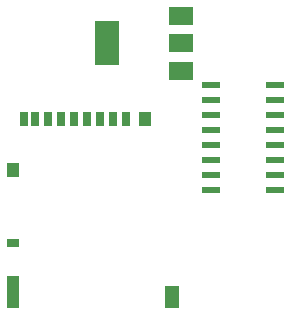
<source format=gbr>
G04 #@! TF.GenerationSoftware,KiCad,Pcbnew,(2017-12-14 revision b47a06e)-master*
G04 #@! TF.CreationDate,2017-12-29T23:23:52-08:00*
G04 #@! TF.ProjectId,Elephant-3,456C657068616E742D332E6B69636164,1*
G04 #@! TF.SameCoordinates,Original*
G04 #@! TF.FileFunction,Paste,Top*
G04 #@! TF.FilePolarity,Positive*
%FSLAX46Y46*%
G04 Gerber Fmt 4.6, Leading zero omitted, Abs format (unit mm)*
G04 Created by KiCad (PCBNEW (2017-12-14 revision b47a06e)-master) date Friday, December 29, 2017 'PMt' 11:23:52 PM*
%MOMM*%
%LPD*%
G01*
G04 APERTURE LIST*
%ADD10R,0.700000X1.200000*%
%ADD11R,1.000000X1.200000*%
%ADD12R,1.000000X0.800000*%
%ADD13R,1.000000X2.800000*%
%ADD14R,1.300000X1.900000*%
%ADD15R,2.000000X3.800000*%
%ADD16R,2.000000X1.500000*%
%ADD17R,1.500000X0.600000*%
G04 APERTURE END LIST*
D10*
X110730000Y-109890000D03*
X111680000Y-109890000D03*
X119380000Y-109890000D03*
X118280000Y-109890000D03*
X117180000Y-109890000D03*
X116080000Y-109890000D03*
X114980000Y-109890000D03*
X113880000Y-109890000D03*
X112780000Y-109890000D03*
D11*
X120930000Y-109890000D03*
X109780000Y-114190000D03*
D12*
X109780000Y-120390000D03*
D13*
X109780000Y-124540000D03*
D14*
X123280000Y-124990000D03*
D15*
X117754000Y-103505000D03*
D16*
X124054000Y-103505000D03*
X124054000Y-101205000D03*
X124054000Y-105805000D03*
D17*
X126586000Y-107061000D03*
X126586000Y-108331000D03*
X126586000Y-109601000D03*
X126586000Y-110871000D03*
X126586000Y-112141000D03*
X126586000Y-113411000D03*
X126586000Y-114681000D03*
X126586000Y-115951000D03*
X131986000Y-115951000D03*
X131986000Y-114681000D03*
X131986000Y-113411000D03*
X131986000Y-112141000D03*
X131986000Y-110871000D03*
X131986000Y-109601000D03*
X131986000Y-108331000D03*
X131986000Y-107061000D03*
M02*

</source>
